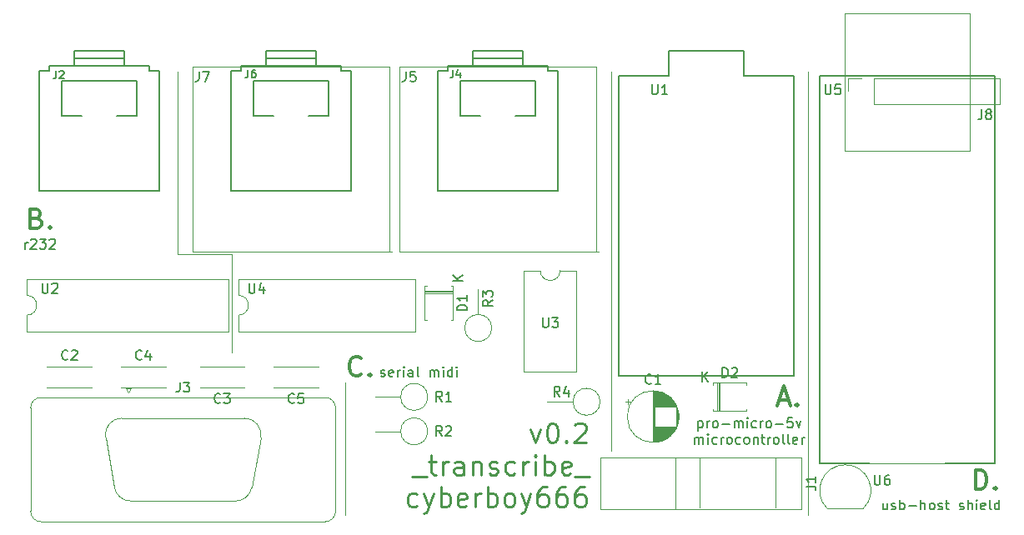
<source format=gbr>
G04 #@! TF.GenerationSoftware,KiCad,Pcbnew,(5.1.4-0-10_14)*
G04 #@! TF.CreationDate,2020-06-13T20:03:12+02:00*
G04 #@! TF.ProjectId,transcribe_circuit,7472616e-7363-4726-9962-655f63697263,rev?*
G04 #@! TF.SameCoordinates,Original*
G04 #@! TF.FileFunction,Legend,Top*
G04 #@! TF.FilePolarity,Positive*
%FSLAX46Y46*%
G04 Gerber Fmt 4.6, Leading zero omitted, Abs format (unit mm)*
G04 Created by KiCad (PCBNEW (5.1.4-0-10_14)) date 2020-06-13 20:03:12*
%MOMM*%
%LPD*%
G04 APERTURE LIST*
%ADD10C,0.350000*%
%ADD11C,0.120000*%
%ADD12C,0.250000*%
%ADD13C,0.150000*%
G04 APERTURE END LIST*
D10*
X-193000000Y747595238D02*
X-193000000Y749595238D01*
X-192523809Y749595238D01*
X-192238095Y749500000D01*
X-192047619Y749309523D01*
X-191952380Y749119047D01*
X-191857142Y748738095D01*
X-191857142Y748452380D01*
X-191952380Y748071428D01*
X-192047619Y747880952D01*
X-192238095Y747690476D01*
X-192523809Y747595238D01*
X-193000000Y747595238D01*
X-191000000Y747785714D02*
X-190904761Y747690476D01*
X-191000000Y747595238D01*
X-191095238Y747690476D01*
X-191000000Y747785714D01*
X-191000000Y747595238D01*
D11*
X-268500000Y761500000D02*
X-268500000Y771500000D01*
X-274000000Y771500000D02*
X-274000000Y790000000D01*
X-268500000Y771500000D02*
X-274000000Y771500000D01*
X-257000000Y745000000D02*
X-257000000Y758500000D01*
D12*
X-238162500Y753678571D02*
X-237686309Y752345238D01*
X-237210119Y753678571D01*
X-236067261Y754345238D02*
X-235876785Y754345238D01*
X-235686309Y754250000D01*
X-235591071Y754154761D01*
X-235495833Y753964285D01*
X-235400595Y753583333D01*
X-235400595Y753107142D01*
X-235495833Y752726190D01*
X-235591071Y752535714D01*
X-235686309Y752440476D01*
X-235876785Y752345238D01*
X-236067261Y752345238D01*
X-236257738Y752440476D01*
X-236352976Y752535714D01*
X-236448214Y752726190D01*
X-236543452Y753107142D01*
X-236543452Y753583333D01*
X-236448214Y753964285D01*
X-236352976Y754154761D01*
X-236257738Y754250000D01*
X-236067261Y754345238D01*
X-234543452Y752535714D02*
X-234448214Y752440476D01*
X-234543452Y752345238D01*
X-234638690Y752440476D01*
X-234543452Y752535714D01*
X-234543452Y752345238D01*
X-233686309Y754154761D02*
X-233591071Y754250000D01*
X-233400595Y754345238D01*
X-232924404Y754345238D01*
X-232733928Y754250000D01*
X-232638690Y754154761D01*
X-232543452Y753964285D01*
X-232543452Y753773809D01*
X-232638690Y753488095D01*
X-233781547Y752345238D01*
X-232543452Y752345238D01*
X-250257738Y748904761D02*
X-248733928Y748904761D01*
X-248543452Y750428571D02*
X-247781547Y750428571D01*
X-248257738Y751095238D02*
X-248257738Y749380952D01*
X-248162500Y749190476D01*
X-247972023Y749095238D01*
X-247781547Y749095238D01*
X-247114880Y749095238D02*
X-247114880Y750428571D01*
X-247114880Y750047619D02*
X-247019642Y750238095D01*
X-246924404Y750333333D01*
X-246733928Y750428571D01*
X-246543452Y750428571D01*
X-245019642Y749095238D02*
X-245019642Y750142857D01*
X-245114880Y750333333D01*
X-245305357Y750428571D01*
X-245686309Y750428571D01*
X-245876785Y750333333D01*
X-245019642Y749190476D02*
X-245210119Y749095238D01*
X-245686309Y749095238D01*
X-245876785Y749190476D01*
X-245972023Y749380952D01*
X-245972023Y749571428D01*
X-245876785Y749761904D01*
X-245686309Y749857142D01*
X-245210119Y749857142D01*
X-245019642Y749952380D01*
X-244067261Y750428571D02*
X-244067261Y749095238D01*
X-244067261Y750238095D02*
X-243972023Y750333333D01*
X-243781547Y750428571D01*
X-243495833Y750428571D01*
X-243305357Y750333333D01*
X-243210119Y750142857D01*
X-243210119Y749095238D01*
X-242352976Y749190476D02*
X-242162500Y749095238D01*
X-241781547Y749095238D01*
X-241591071Y749190476D01*
X-241495833Y749380952D01*
X-241495833Y749476190D01*
X-241591071Y749666666D01*
X-241781547Y749761904D01*
X-242067261Y749761904D01*
X-242257738Y749857142D01*
X-242352976Y750047619D01*
X-242352976Y750142857D01*
X-242257738Y750333333D01*
X-242067261Y750428571D01*
X-241781547Y750428571D01*
X-241591071Y750333333D01*
X-239781547Y749190476D02*
X-239972023Y749095238D01*
X-240352976Y749095238D01*
X-240543452Y749190476D01*
X-240638690Y749285714D01*
X-240733928Y749476190D01*
X-240733928Y750047619D01*
X-240638690Y750238095D01*
X-240543452Y750333333D01*
X-240352976Y750428571D01*
X-239972023Y750428571D01*
X-239781547Y750333333D01*
X-238924404Y749095238D02*
X-238924404Y750428571D01*
X-238924404Y750047619D02*
X-238829166Y750238095D01*
X-238733928Y750333333D01*
X-238543452Y750428571D01*
X-238352976Y750428571D01*
X-237686309Y749095238D02*
X-237686309Y750428571D01*
X-237686309Y751095238D02*
X-237781547Y751000000D01*
X-237686309Y750904761D01*
X-237591071Y751000000D01*
X-237686309Y751095238D01*
X-237686309Y750904761D01*
X-236733928Y749095238D02*
X-236733928Y751095238D01*
X-236733928Y750333333D02*
X-236543452Y750428571D01*
X-236162500Y750428571D01*
X-235972023Y750333333D01*
X-235876785Y750238095D01*
X-235781547Y750047619D01*
X-235781547Y749476190D01*
X-235876785Y749285714D01*
X-235972023Y749190476D01*
X-236162500Y749095238D01*
X-236543452Y749095238D01*
X-236733928Y749190476D01*
X-234162500Y749190476D02*
X-234352976Y749095238D01*
X-234733928Y749095238D01*
X-234924404Y749190476D01*
X-235019642Y749380952D01*
X-235019642Y750142857D01*
X-234924404Y750333333D01*
X-234733928Y750428571D01*
X-234352976Y750428571D01*
X-234162500Y750333333D01*
X-234067261Y750142857D01*
X-234067261Y749952380D01*
X-235019642Y749761904D01*
X-233686309Y748904761D02*
X-232162500Y748904761D01*
X-249686309Y745940476D02*
X-249876785Y745845238D01*
X-250257738Y745845238D01*
X-250448214Y745940476D01*
X-250543452Y746035714D01*
X-250638690Y746226190D01*
X-250638690Y746797619D01*
X-250543452Y746988095D01*
X-250448214Y747083333D01*
X-250257738Y747178571D01*
X-249876785Y747178571D01*
X-249686309Y747083333D01*
X-249019642Y747178571D02*
X-248543452Y745845238D01*
X-248067261Y747178571D02*
X-248543452Y745845238D01*
X-248733928Y745369047D01*
X-248829166Y745273809D01*
X-249019642Y745178571D01*
X-247305357Y745845238D02*
X-247305357Y747845238D01*
X-247305357Y747083333D02*
X-247114880Y747178571D01*
X-246733928Y747178571D01*
X-246543452Y747083333D01*
X-246448214Y746988095D01*
X-246352976Y746797619D01*
X-246352976Y746226190D01*
X-246448214Y746035714D01*
X-246543452Y745940476D01*
X-246733928Y745845238D01*
X-247114880Y745845238D01*
X-247305357Y745940476D01*
X-244733928Y745940476D02*
X-244924404Y745845238D01*
X-245305357Y745845238D01*
X-245495833Y745940476D01*
X-245591071Y746130952D01*
X-245591071Y746892857D01*
X-245495833Y747083333D01*
X-245305357Y747178571D01*
X-244924404Y747178571D01*
X-244733928Y747083333D01*
X-244638690Y746892857D01*
X-244638690Y746702380D01*
X-245591071Y746511904D01*
X-243781547Y745845238D02*
X-243781547Y747178571D01*
X-243781547Y746797619D02*
X-243686309Y746988095D01*
X-243591071Y747083333D01*
X-243400595Y747178571D01*
X-243210119Y747178571D01*
X-242543452Y745845238D02*
X-242543452Y747845238D01*
X-242543452Y747083333D02*
X-242352976Y747178571D01*
X-241972023Y747178571D01*
X-241781547Y747083333D01*
X-241686309Y746988095D01*
X-241591071Y746797619D01*
X-241591071Y746226190D01*
X-241686309Y746035714D01*
X-241781547Y745940476D01*
X-241972023Y745845238D01*
X-242352976Y745845238D01*
X-242543452Y745940476D01*
X-240448214Y745845238D02*
X-240638690Y745940476D01*
X-240733928Y746035714D01*
X-240829166Y746226190D01*
X-240829166Y746797619D01*
X-240733928Y746988095D01*
X-240638690Y747083333D01*
X-240448214Y747178571D01*
X-240162500Y747178571D01*
X-239972023Y747083333D01*
X-239876785Y746988095D01*
X-239781547Y746797619D01*
X-239781547Y746226190D01*
X-239876785Y746035714D01*
X-239972023Y745940476D01*
X-240162500Y745845238D01*
X-240448214Y745845238D01*
X-239114880Y747178571D02*
X-238638690Y745845238D01*
X-238162500Y747178571D02*
X-238638690Y745845238D01*
X-238829166Y745369047D01*
X-238924404Y745273809D01*
X-239114880Y745178571D01*
X-236543452Y747845238D02*
X-236924404Y747845238D01*
X-237114880Y747750000D01*
X-237210119Y747654761D01*
X-237400595Y747369047D01*
X-237495833Y746988095D01*
X-237495833Y746226190D01*
X-237400595Y746035714D01*
X-237305357Y745940476D01*
X-237114880Y745845238D01*
X-236733928Y745845238D01*
X-236543452Y745940476D01*
X-236448214Y746035714D01*
X-236352976Y746226190D01*
X-236352976Y746702380D01*
X-236448214Y746892857D01*
X-236543452Y746988095D01*
X-236733928Y747083333D01*
X-237114880Y747083333D01*
X-237305357Y746988095D01*
X-237400595Y746892857D01*
X-237495833Y746702380D01*
X-234638690Y747845238D02*
X-235019642Y747845238D01*
X-235210119Y747750000D01*
X-235305357Y747654761D01*
X-235495833Y747369047D01*
X-235591071Y746988095D01*
X-235591071Y746226190D01*
X-235495833Y746035714D01*
X-235400595Y745940476D01*
X-235210119Y745845238D01*
X-234829166Y745845238D01*
X-234638690Y745940476D01*
X-234543452Y746035714D01*
X-234448214Y746226190D01*
X-234448214Y746702380D01*
X-234543452Y746892857D01*
X-234638690Y746988095D01*
X-234829166Y747083333D01*
X-235210119Y747083333D01*
X-235400595Y746988095D01*
X-235495833Y746892857D01*
X-235591071Y746702380D01*
X-232733928Y747845238D02*
X-233114880Y747845238D01*
X-233305357Y747750000D01*
X-233400595Y747654761D01*
X-233591071Y747369047D01*
X-233686309Y746988095D01*
X-233686309Y746226190D01*
X-233591071Y746035714D01*
X-233495833Y745940476D01*
X-233305357Y745845238D01*
X-232924404Y745845238D01*
X-232733928Y745940476D01*
X-232638690Y746035714D01*
X-232543452Y746226190D01*
X-232543452Y746702380D01*
X-232638690Y746892857D01*
X-232733928Y746988095D01*
X-232924404Y747083333D01*
X-233305357Y747083333D01*
X-233495833Y746988095D01*
X-233591071Y746892857D01*
X-233686309Y746702380D01*
D13*
X-289500000Y772047619D02*
X-289500000Y772714285D01*
X-289500000Y772523809D02*
X-289452380Y772619047D01*
X-289404761Y772666666D01*
X-289309523Y772714285D01*
X-289214285Y772714285D01*
X-288928571Y772952380D02*
X-288880952Y773000000D01*
X-288785714Y773047619D01*
X-288547619Y773047619D01*
X-288452380Y773000000D01*
X-288404761Y772952380D01*
X-288357142Y772857142D01*
X-288357142Y772761904D01*
X-288404761Y772619047D01*
X-288976190Y772047619D01*
X-288357142Y772047619D01*
X-288023809Y773047619D02*
X-287404761Y773047619D01*
X-287738095Y772666666D01*
X-287595238Y772666666D01*
X-287500000Y772619047D01*
X-287452380Y772571428D01*
X-287404761Y772476190D01*
X-287404761Y772238095D01*
X-287452380Y772142857D01*
X-287500000Y772095238D01*
X-287595238Y772047619D01*
X-287880952Y772047619D01*
X-287976190Y772095238D01*
X-288023809Y772142857D01*
X-287023809Y772952380D02*
X-286976190Y773000000D01*
X-286880952Y773047619D01*
X-286642857Y773047619D01*
X-286547619Y773000000D01*
X-286500000Y772952380D01*
X-286452380Y772857142D01*
X-286452380Y772761904D01*
X-286500000Y772619047D01*
X-287071428Y772047619D01*
X-286452380Y772047619D01*
X-253380952Y759095238D02*
X-253285714Y759047619D01*
X-253095238Y759047619D01*
X-253000000Y759095238D01*
X-252952380Y759190476D01*
X-252952380Y759238095D01*
X-253000000Y759333333D01*
X-253095238Y759380952D01*
X-253238095Y759380952D01*
X-253333333Y759428571D01*
X-253380952Y759523809D01*
X-253380952Y759571428D01*
X-253333333Y759666666D01*
X-253238095Y759714285D01*
X-253095238Y759714285D01*
X-253000000Y759666666D01*
X-252142857Y759095238D02*
X-252238095Y759047619D01*
X-252428571Y759047619D01*
X-252523809Y759095238D01*
X-252571428Y759190476D01*
X-252571428Y759571428D01*
X-252523809Y759666666D01*
X-252428571Y759714285D01*
X-252238095Y759714285D01*
X-252142857Y759666666D01*
X-252095238Y759571428D01*
X-252095238Y759476190D01*
X-252571428Y759380952D01*
X-251666666Y759047619D02*
X-251666666Y759714285D01*
X-251666666Y759523809D02*
X-251619047Y759619047D01*
X-251571428Y759666666D01*
X-251476190Y759714285D01*
X-251380952Y759714285D01*
X-251047619Y759047619D02*
X-251047619Y759714285D01*
X-251047619Y760047619D02*
X-251095238Y760000000D01*
X-251047619Y759952380D01*
X-251000000Y760000000D01*
X-251047619Y760047619D01*
X-251047619Y759952380D01*
X-250142857Y759047619D02*
X-250142857Y759571428D01*
X-250190476Y759666666D01*
X-250285714Y759714285D01*
X-250476190Y759714285D01*
X-250571428Y759666666D01*
X-250142857Y759095238D02*
X-250238095Y759047619D01*
X-250476190Y759047619D01*
X-250571428Y759095238D01*
X-250619047Y759190476D01*
X-250619047Y759285714D01*
X-250571428Y759380952D01*
X-250476190Y759428571D01*
X-250238095Y759428571D01*
X-250142857Y759476190D01*
X-249523809Y759047619D02*
X-249619047Y759095238D01*
X-249666666Y759190476D01*
X-249666666Y760047619D01*
X-248380952Y759047619D02*
X-248380952Y759714285D01*
X-248380952Y759619047D02*
X-248333333Y759666666D01*
X-248238095Y759714285D01*
X-248095238Y759714285D01*
X-248000000Y759666666D01*
X-247952380Y759571428D01*
X-247952380Y759047619D01*
X-247952380Y759571428D02*
X-247904761Y759666666D01*
X-247809523Y759714285D01*
X-247666666Y759714285D01*
X-247571428Y759666666D01*
X-247523809Y759571428D01*
X-247523809Y759047619D01*
X-247047619Y759047619D02*
X-247047619Y759714285D01*
X-247047619Y760047619D02*
X-247095238Y760000000D01*
X-247047619Y759952380D01*
X-247000000Y760000000D01*
X-247047619Y760047619D01*
X-247047619Y759952380D01*
X-246142857Y759047619D02*
X-246142857Y760047619D01*
X-246142857Y759095238D02*
X-246238095Y759047619D01*
X-246428571Y759047619D01*
X-246523809Y759095238D01*
X-246571428Y759142857D01*
X-246619047Y759238095D01*
X-246619047Y759523809D01*
X-246571428Y759619047D01*
X-246523809Y759666666D01*
X-246428571Y759714285D01*
X-246238095Y759714285D01*
X-246142857Y759666666D01*
X-245666666Y759047619D02*
X-245666666Y759714285D01*
X-245666666Y760047619D02*
X-245714285Y760000000D01*
X-245666666Y759952380D01*
X-245619047Y760000000D01*
X-245666666Y760047619D01*
X-245666666Y759952380D01*
X-221166666Y754539285D02*
X-221166666Y753539285D01*
X-221166666Y754491666D02*
X-221071428Y754539285D01*
X-220880952Y754539285D01*
X-220785714Y754491666D01*
X-220738095Y754444047D01*
X-220690476Y754348809D01*
X-220690476Y754063095D01*
X-220738095Y753967857D01*
X-220785714Y753920238D01*
X-220880952Y753872619D01*
X-221071428Y753872619D01*
X-221166666Y753920238D01*
X-220261904Y753872619D02*
X-220261904Y754539285D01*
X-220261904Y754348809D02*
X-220214285Y754444047D01*
X-220166666Y754491666D01*
X-220071428Y754539285D01*
X-219976190Y754539285D01*
X-219500000Y753872619D02*
X-219595238Y753920238D01*
X-219642857Y753967857D01*
X-219690476Y754063095D01*
X-219690476Y754348809D01*
X-219642857Y754444047D01*
X-219595238Y754491666D01*
X-219500000Y754539285D01*
X-219357142Y754539285D01*
X-219261904Y754491666D01*
X-219214285Y754444047D01*
X-219166666Y754348809D01*
X-219166666Y754063095D01*
X-219214285Y753967857D01*
X-219261904Y753920238D01*
X-219357142Y753872619D01*
X-219500000Y753872619D01*
X-218738095Y754253571D02*
X-217976190Y754253571D01*
X-217500000Y753872619D02*
X-217500000Y754539285D01*
X-217500000Y754444047D02*
X-217452380Y754491666D01*
X-217357142Y754539285D01*
X-217214285Y754539285D01*
X-217119047Y754491666D01*
X-217071428Y754396428D01*
X-217071428Y753872619D01*
X-217071428Y754396428D02*
X-217023809Y754491666D01*
X-216928571Y754539285D01*
X-216785714Y754539285D01*
X-216690476Y754491666D01*
X-216642857Y754396428D01*
X-216642857Y753872619D01*
X-216166666Y753872619D02*
X-216166666Y754539285D01*
X-216166666Y754872619D02*
X-216214285Y754825000D01*
X-216166666Y754777380D01*
X-216119047Y754825000D01*
X-216166666Y754872619D01*
X-216166666Y754777380D01*
X-215261904Y753920238D02*
X-215357142Y753872619D01*
X-215547619Y753872619D01*
X-215642857Y753920238D01*
X-215690476Y753967857D01*
X-215738095Y754063095D01*
X-215738095Y754348809D01*
X-215690476Y754444047D01*
X-215642857Y754491666D01*
X-215547619Y754539285D01*
X-215357142Y754539285D01*
X-215261904Y754491666D01*
X-214833333Y753872619D02*
X-214833333Y754539285D01*
X-214833333Y754348809D02*
X-214785714Y754444047D01*
X-214738095Y754491666D01*
X-214642857Y754539285D01*
X-214547619Y754539285D01*
X-214071428Y753872619D02*
X-214166666Y753920238D01*
X-214214285Y753967857D01*
X-214261904Y754063095D01*
X-214261904Y754348809D01*
X-214214285Y754444047D01*
X-214166666Y754491666D01*
X-214071428Y754539285D01*
X-213928571Y754539285D01*
X-213833333Y754491666D01*
X-213785714Y754444047D01*
X-213738095Y754348809D01*
X-213738095Y754063095D01*
X-213785714Y753967857D01*
X-213833333Y753920238D01*
X-213928571Y753872619D01*
X-214071428Y753872619D01*
X-213309523Y754253571D02*
X-212547619Y754253571D01*
X-211595238Y754872619D02*
X-212071428Y754872619D01*
X-212119047Y754396428D01*
X-212071428Y754444047D01*
X-211976190Y754491666D01*
X-211738095Y754491666D01*
X-211642857Y754444047D01*
X-211595238Y754396428D01*
X-211547619Y754301190D01*
X-211547619Y754063095D01*
X-211595238Y753967857D01*
X-211642857Y753920238D01*
X-211738095Y753872619D01*
X-211976190Y753872619D01*
X-212071428Y753920238D01*
X-212119047Y753967857D01*
X-211214285Y754539285D02*
X-210976190Y753872619D01*
X-210738095Y754539285D01*
X-221500000Y752222619D02*
X-221500000Y752889285D01*
X-221500000Y752794047D02*
X-221452380Y752841666D01*
X-221357142Y752889285D01*
X-221214285Y752889285D01*
X-221119047Y752841666D01*
X-221071428Y752746428D01*
X-221071428Y752222619D01*
X-221071428Y752746428D02*
X-221023809Y752841666D01*
X-220928571Y752889285D01*
X-220785714Y752889285D01*
X-220690476Y752841666D01*
X-220642857Y752746428D01*
X-220642857Y752222619D01*
X-220166666Y752222619D02*
X-220166666Y752889285D01*
X-220166666Y753222619D02*
X-220214285Y753175000D01*
X-220166666Y753127380D01*
X-220119047Y753175000D01*
X-220166666Y753222619D01*
X-220166666Y753127380D01*
X-219261904Y752270238D02*
X-219357142Y752222619D01*
X-219547619Y752222619D01*
X-219642857Y752270238D01*
X-219690476Y752317857D01*
X-219738095Y752413095D01*
X-219738095Y752698809D01*
X-219690476Y752794047D01*
X-219642857Y752841666D01*
X-219547619Y752889285D01*
X-219357142Y752889285D01*
X-219261904Y752841666D01*
X-218833333Y752222619D02*
X-218833333Y752889285D01*
X-218833333Y752698809D02*
X-218785714Y752794047D01*
X-218738095Y752841666D01*
X-218642857Y752889285D01*
X-218547619Y752889285D01*
X-218071428Y752222619D02*
X-218166666Y752270238D01*
X-218214285Y752317857D01*
X-218261904Y752413095D01*
X-218261904Y752698809D01*
X-218214285Y752794047D01*
X-218166666Y752841666D01*
X-218071428Y752889285D01*
X-217928571Y752889285D01*
X-217833333Y752841666D01*
X-217785714Y752794047D01*
X-217738095Y752698809D01*
X-217738095Y752413095D01*
X-217785714Y752317857D01*
X-217833333Y752270238D01*
X-217928571Y752222619D01*
X-218071428Y752222619D01*
X-216880952Y752270238D02*
X-216976190Y752222619D01*
X-217166666Y752222619D01*
X-217261904Y752270238D01*
X-217309523Y752317857D01*
X-217357142Y752413095D01*
X-217357142Y752698809D01*
X-217309523Y752794047D01*
X-217261904Y752841666D01*
X-217166666Y752889285D01*
X-216976190Y752889285D01*
X-216880952Y752841666D01*
X-216309523Y752222619D02*
X-216404761Y752270238D01*
X-216452380Y752317857D01*
X-216500000Y752413095D01*
X-216500000Y752698809D01*
X-216452380Y752794047D01*
X-216404761Y752841666D01*
X-216309523Y752889285D01*
X-216166666Y752889285D01*
X-216071428Y752841666D01*
X-216023809Y752794047D01*
X-215976190Y752698809D01*
X-215976190Y752413095D01*
X-216023809Y752317857D01*
X-216071428Y752270238D01*
X-216166666Y752222619D01*
X-216309523Y752222619D01*
X-215547619Y752889285D02*
X-215547619Y752222619D01*
X-215547619Y752794047D02*
X-215500000Y752841666D01*
X-215404761Y752889285D01*
X-215261904Y752889285D01*
X-215166666Y752841666D01*
X-215119047Y752746428D01*
X-215119047Y752222619D01*
X-214785714Y752889285D02*
X-214404761Y752889285D01*
X-214642857Y753222619D02*
X-214642857Y752365476D01*
X-214595238Y752270238D01*
X-214500000Y752222619D01*
X-214404761Y752222619D01*
X-214071428Y752222619D02*
X-214071428Y752889285D01*
X-214071428Y752698809D02*
X-214023809Y752794047D01*
X-213976190Y752841666D01*
X-213880952Y752889285D01*
X-213785714Y752889285D01*
X-213309523Y752222619D02*
X-213404761Y752270238D01*
X-213452380Y752317857D01*
X-213500000Y752413095D01*
X-213500000Y752698809D01*
X-213452380Y752794047D01*
X-213404761Y752841666D01*
X-213309523Y752889285D01*
X-213166666Y752889285D01*
X-213071428Y752841666D01*
X-213023809Y752794047D01*
X-212976190Y752698809D01*
X-212976190Y752413095D01*
X-213023809Y752317857D01*
X-213071428Y752270238D01*
X-213166666Y752222619D01*
X-213309523Y752222619D01*
X-212404761Y752222619D02*
X-212500000Y752270238D01*
X-212547619Y752365476D01*
X-212547619Y753222619D01*
X-211880952Y752222619D02*
X-211976190Y752270238D01*
X-212023809Y752365476D01*
X-212023809Y753222619D01*
X-211119047Y752270238D02*
X-211214285Y752222619D01*
X-211404761Y752222619D01*
X-211499999Y752270238D01*
X-211547619Y752365476D01*
X-211547619Y752746428D01*
X-211499999Y752841666D01*
X-211404761Y752889285D01*
X-211214285Y752889285D01*
X-211119047Y752841666D01*
X-211071428Y752746428D01*
X-211071428Y752651190D01*
X-211547619Y752555952D01*
X-210642857Y752222619D02*
X-210642857Y752889285D01*
X-210642857Y752698809D02*
X-210595238Y752794047D01*
X-210547619Y752841666D01*
X-210452380Y752889285D01*
X-210357142Y752889285D01*
X-201976190Y746214285D02*
X-201976190Y745547619D01*
X-202404761Y746214285D02*
X-202404761Y745690476D01*
X-202357142Y745595238D01*
X-202261904Y745547619D01*
X-202119047Y745547619D01*
X-202023809Y745595238D01*
X-201976190Y745642857D01*
X-201547619Y745595238D02*
X-201452380Y745547619D01*
X-201261904Y745547619D01*
X-201166666Y745595238D01*
X-201119047Y745690476D01*
X-201119047Y745738095D01*
X-201166666Y745833333D01*
X-201261904Y745880952D01*
X-201404761Y745880952D01*
X-201500000Y745928571D01*
X-201547619Y746023809D01*
X-201547619Y746071428D01*
X-201500000Y746166666D01*
X-201404761Y746214285D01*
X-201261904Y746214285D01*
X-201166666Y746166666D01*
X-200690476Y745547619D02*
X-200690476Y746547619D01*
X-200690476Y746166666D02*
X-200595238Y746214285D01*
X-200404761Y746214285D01*
X-200309523Y746166666D01*
X-200261904Y746119047D01*
X-200214285Y746023809D01*
X-200214285Y745738095D01*
X-200261904Y745642857D01*
X-200309523Y745595238D01*
X-200404761Y745547619D01*
X-200595238Y745547619D01*
X-200690476Y745595238D01*
X-199785714Y745928571D02*
X-199023809Y745928571D01*
X-198547619Y745547619D02*
X-198547619Y746547619D01*
X-198119047Y745547619D02*
X-198119047Y746071428D01*
X-198166666Y746166666D01*
X-198261904Y746214285D01*
X-198404761Y746214285D01*
X-198500000Y746166666D01*
X-198547619Y746119047D01*
X-197500000Y745547619D02*
X-197595238Y745595238D01*
X-197642857Y745642857D01*
X-197690476Y745738095D01*
X-197690476Y746023809D01*
X-197642857Y746119047D01*
X-197595238Y746166666D01*
X-197500000Y746214285D01*
X-197357142Y746214285D01*
X-197261904Y746166666D01*
X-197214285Y746119047D01*
X-197166666Y746023809D01*
X-197166666Y745738095D01*
X-197214285Y745642857D01*
X-197261904Y745595238D01*
X-197357142Y745547619D01*
X-197500000Y745547619D01*
X-196785714Y745595238D02*
X-196690476Y745547619D01*
X-196500000Y745547619D01*
X-196404761Y745595238D01*
X-196357142Y745690476D01*
X-196357142Y745738095D01*
X-196404761Y745833333D01*
X-196500000Y745880952D01*
X-196642857Y745880952D01*
X-196738095Y745928571D01*
X-196785714Y746023809D01*
X-196785714Y746071428D01*
X-196738095Y746166666D01*
X-196642857Y746214285D01*
X-196500000Y746214285D01*
X-196404761Y746166666D01*
X-196071428Y746214285D02*
X-195690476Y746214285D01*
X-195928571Y746547619D02*
X-195928571Y745690476D01*
X-195880952Y745595238D01*
X-195785714Y745547619D01*
X-195690476Y745547619D01*
X-194642857Y745595238D02*
X-194547619Y745547619D01*
X-194357142Y745547619D01*
X-194261904Y745595238D01*
X-194214285Y745690476D01*
X-194214285Y745738095D01*
X-194261904Y745833333D01*
X-194357142Y745880952D01*
X-194500000Y745880952D01*
X-194595238Y745928571D01*
X-194642857Y746023809D01*
X-194642857Y746071428D01*
X-194595238Y746166666D01*
X-194500000Y746214285D01*
X-194357142Y746214285D01*
X-194261904Y746166666D01*
X-193785714Y745547619D02*
X-193785714Y746547619D01*
X-193357142Y745547619D02*
X-193357142Y746071428D01*
X-193404761Y746166666D01*
X-193500000Y746214285D01*
X-193642857Y746214285D01*
X-193738095Y746166666D01*
X-193785714Y746119047D01*
X-192880952Y745547619D02*
X-192880952Y746214285D01*
X-192880952Y746547619D02*
X-192928571Y746500000D01*
X-192880952Y746452380D01*
X-192833333Y746500000D01*
X-192880952Y746547619D01*
X-192880952Y746452380D01*
X-192023809Y745595238D02*
X-192119047Y745547619D01*
X-192309523Y745547619D01*
X-192404761Y745595238D01*
X-192452380Y745690476D01*
X-192452380Y746071428D01*
X-192404761Y746166666D01*
X-192309523Y746214285D01*
X-192119047Y746214285D01*
X-192023809Y746166666D01*
X-191976190Y746071428D01*
X-191976190Y745976190D01*
X-192452380Y745880952D01*
X-191404761Y745547619D02*
X-191500000Y745595238D01*
X-191547619Y745690476D01*
X-191547619Y746547619D01*
X-190595238Y745547619D02*
X-190595238Y746547619D01*
X-190595238Y745595238D02*
X-190690476Y745547619D01*
X-190880952Y745547619D01*
X-190976190Y745595238D01*
X-191023809Y745642857D01*
X-191071428Y745738095D01*
X-191071428Y746023809D01*
X-191023809Y746119047D01*
X-190976190Y746166666D01*
X-190880952Y746214285D01*
X-190690476Y746214285D01*
X-190595238Y746166666D01*
D10*
X-255357142Y759285714D02*
X-255452380Y759190476D01*
X-255738095Y759095238D01*
X-255928571Y759095238D01*
X-256214285Y759190476D01*
X-256404761Y759380952D01*
X-256500000Y759571428D01*
X-256595238Y759952380D01*
X-256595238Y760238095D01*
X-256500000Y760619047D01*
X-256404761Y760809523D01*
X-256214285Y761000000D01*
X-255928571Y761095238D01*
X-255738095Y761095238D01*
X-255452380Y761000000D01*
X-255357142Y760904761D01*
X-254500000Y759285714D02*
X-254404761Y759190476D01*
X-254500000Y759095238D01*
X-254595238Y759190476D01*
X-254500000Y759285714D01*
X-254500000Y759095238D01*
X-288333333Y775142857D02*
X-288047619Y775047619D01*
X-287952380Y774952380D01*
X-287857142Y774761904D01*
X-287857142Y774476190D01*
X-287952380Y774285714D01*
X-288047619Y774190476D01*
X-288238095Y774095238D01*
X-289000000Y774095238D01*
X-289000000Y776095238D01*
X-288333333Y776095238D01*
X-288142857Y776000000D01*
X-288047619Y775904761D01*
X-287952380Y775714285D01*
X-287952380Y775523809D01*
X-288047619Y775333333D01*
X-288142857Y775238095D01*
X-288333333Y775142857D01*
X-289000000Y775142857D01*
X-287000000Y774285714D02*
X-286904761Y774190476D01*
X-287000000Y774095238D01*
X-287095238Y774190476D01*
X-287000000Y774285714D01*
X-287000000Y774095238D01*
X-212952380Y756666666D02*
X-212000000Y756666666D01*
X-213142857Y756095238D02*
X-212476190Y758095238D01*
X-211809523Y756095238D01*
X-211142857Y756285714D02*
X-211047619Y756190476D01*
X-211142857Y756095238D01*
X-211238095Y756190476D01*
X-211142857Y756285714D01*
X-211142857Y756095238D01*
D11*
X-230000000Y790000000D02*
X-230000000Y751500000D01*
X-210000000Y745000000D02*
X-210000000Y754000000D01*
X-210000000Y790000000D02*
X-210000000Y745000000D01*
X-246260000Y768260000D02*
X-246080000Y768260000D01*
X-246080000Y768260000D02*
X-246080000Y764820000D01*
X-246080000Y764820000D02*
X-246260000Y764820000D01*
X-248740000Y768260000D02*
X-248920000Y768260000D01*
X-248920000Y768260000D02*
X-248920000Y764820000D01*
X-248920000Y764820000D02*
X-248740000Y764820000D01*
X-246080000Y767660000D02*
X-248920000Y767660000D01*
X-246080000Y767540000D02*
X-248920000Y767540000D01*
X-246080000Y767780000D02*
X-248920000Y767780000D01*
X-252500000Y771750000D02*
X-252500000Y790540000D01*
X-252500000Y790540000D02*
X-272500000Y790540000D01*
X-272500000Y771750000D02*
X-272500000Y790540000D01*
X-252250000Y771750000D02*
X-272500000Y771750000D01*
D13*
X-235404000Y777904000D02*
X-247596000Y777904000D01*
X-235404000Y790096000D02*
X-235404000Y777904000D01*
X-247596000Y777904000D02*
X-247596000Y790096000D01*
X-244040000Y792128000D02*
X-238960000Y792128000D01*
X-236420000Y790604000D02*
X-236420000Y790096000D01*
X-246580000Y790604000D02*
X-236420000Y790604000D01*
X-246580000Y790350000D02*
X-246580000Y790604000D01*
X-246580000Y790096000D02*
X-246580000Y790350000D01*
X-244040000Y791366000D02*
X-238960000Y791366000D01*
X-238960000Y790604000D02*
X-238960000Y792128000D01*
X-244040000Y792128000D02*
X-244040000Y790604000D01*
X-235404000Y790096000D02*
X-236420000Y790096000D01*
X-246580000Y790096000D02*
X-247596000Y790096000D01*
X-237690000Y785524000D02*
X-239722000Y785524000D01*
X-237690000Y789080000D02*
X-237690000Y785524000D01*
X-245310000Y789080000D02*
X-237690000Y789080000D01*
X-245310000Y785524000D02*
X-245310000Y789080000D01*
X-243278000Y785524000D02*
X-245310000Y785524000D01*
X-208790000Y789630000D02*
X-191010000Y789630000D01*
X-208790000Y750260000D02*
X-208790000Y789630000D01*
X-203710000Y750260000D02*
X-208790000Y750260000D01*
X-191010000Y750260000D02*
X-196090000Y750260000D01*
X-191010000Y750260000D02*
X-191010000Y789630000D01*
D11*
X-203710000Y750260000D02*
X-196090000Y750260000D01*
X-206250000Y782010000D02*
X-193550000Y782010000D01*
X-193550000Y782010000D02*
X-193550000Y795980000D01*
X-193550000Y795980000D02*
X-206250000Y795980000D01*
X-206250000Y795980000D02*
X-206250000Y782010000D01*
X-251370000Y753500000D02*
X-253980000Y753500000D01*
X-248630000Y753500000D02*
G75*
G03X-248630000Y753500000I-1370000J0D01*
G01*
X-289330000Y767310000D02*
G75*
G02X-289330000Y765310000I0J-1000000D01*
G01*
X-289330000Y765310000D02*
X-289330000Y763660000D01*
X-289330000Y763660000D02*
X-268890000Y763660000D01*
X-268890000Y763660000D02*
X-268890000Y768960000D01*
X-268890000Y768960000D02*
X-289330000Y768960000D01*
X-289330000Y768960000D02*
X-289330000Y767310000D01*
X-208030000Y745650000D02*
X-204430000Y745650000D01*
X-208068478Y745661522D02*
G75*
G02X-206230000Y750100000I1838478J1838478D01*
G01*
X-204391522Y745661522D02*
G75*
G03X-206230000Y750100000I-1838478J1838478D01*
G01*
X-235190000Y769830000D02*
G75*
G02X-237190000Y769830000I-1000000J0D01*
G01*
X-237190000Y769830000D02*
X-238840000Y769830000D01*
X-238840000Y769830000D02*
X-238840000Y759550000D01*
X-238840000Y759550000D02*
X-233540000Y759550000D01*
X-233540000Y759550000D02*
X-233540000Y769830000D01*
X-233540000Y769830000D02*
X-235190000Y769830000D01*
X-242130000Y764000000D02*
G75*
G03X-242130000Y764000000I-1370000J0D01*
G01*
X-243500000Y765370000D02*
X-243500000Y767980000D01*
X-233870000Y756500000D02*
X-236480000Y756500000D01*
X-231130000Y756500000D02*
G75*
G03X-231130000Y756500000I-1370000J0D01*
G01*
X-248630000Y757000000D02*
G75*
G03X-248630000Y757000000I-1370000J0D01*
G01*
X-251370000Y757000000D02*
X-253980000Y757000000D01*
X-267830000Y767310000D02*
G75*
G02X-267830000Y765310000I0J-1000000D01*
G01*
X-267830000Y765310000D02*
X-267830000Y763660000D01*
X-267830000Y763660000D02*
X-249930000Y763660000D01*
X-249930000Y763660000D02*
X-249930000Y768960000D01*
X-249930000Y768960000D02*
X-267830000Y768960000D01*
X-267830000Y768960000D02*
X-267830000Y767310000D01*
D13*
X-211410000Y759160000D02*
X-229190000Y759160000D01*
X-211410000Y789640000D02*
X-211410000Y759160000D01*
X-216490000Y789640000D02*
X-211410000Y789640000D01*
X-216490000Y792180000D02*
X-216490000Y789640000D01*
X-224110000Y792180000D02*
X-216490000Y792180000D01*
X-224110000Y789640000D02*
X-224110000Y792180000D01*
X-229190000Y789640000D02*
X-224110000Y789640000D01*
X-229190000Y789640000D02*
X-229190000Y759160000D01*
D11*
X-223130000Y755000000D02*
G75*
G03X-223130000Y755000000I-2620000J0D01*
G01*
X-225750000Y757580000D02*
X-225750000Y752420000D01*
X-225710000Y757580000D02*
X-225710000Y752420000D01*
X-225670000Y757579000D02*
X-225670000Y752421000D01*
X-225630000Y757578000D02*
X-225630000Y752422000D01*
X-225590000Y757576000D02*
X-225590000Y752424000D01*
X-225550000Y757573000D02*
X-225550000Y752427000D01*
X-225510000Y757569000D02*
X-225510000Y756040000D01*
X-225510000Y753960000D02*
X-225510000Y752431000D01*
X-225470000Y757565000D02*
X-225470000Y756040000D01*
X-225470000Y753960000D02*
X-225470000Y752435000D01*
X-225430000Y757561000D02*
X-225430000Y756040000D01*
X-225430000Y753960000D02*
X-225430000Y752439000D01*
X-225390000Y757556000D02*
X-225390000Y756040000D01*
X-225390000Y753960000D02*
X-225390000Y752444000D01*
X-225350000Y757550000D02*
X-225350000Y756040000D01*
X-225350000Y753960000D02*
X-225350000Y752450000D01*
X-225310000Y757543000D02*
X-225310000Y756040000D01*
X-225310000Y753960000D02*
X-225310000Y752457000D01*
X-225270000Y757536000D02*
X-225270000Y756040000D01*
X-225270000Y753960000D02*
X-225270000Y752464000D01*
X-225230000Y757528000D02*
X-225230000Y756040000D01*
X-225230000Y753960000D02*
X-225230000Y752472000D01*
X-225190000Y757520000D02*
X-225190000Y756040000D01*
X-225190000Y753960000D02*
X-225190000Y752480000D01*
X-225150000Y757511000D02*
X-225150000Y756040000D01*
X-225150000Y753960000D02*
X-225150000Y752489000D01*
X-225110000Y757501000D02*
X-225110000Y756040000D01*
X-225110000Y753960000D02*
X-225110000Y752499000D01*
X-225070000Y757491000D02*
X-225070000Y756040000D01*
X-225070000Y753960000D02*
X-225070000Y752509000D01*
X-225029000Y757480000D02*
X-225029000Y756040000D01*
X-225029000Y753960000D02*
X-225029000Y752520000D01*
X-224989000Y757468000D02*
X-224989000Y756040000D01*
X-224989000Y753960000D02*
X-224989000Y752532000D01*
X-224949000Y757455000D02*
X-224949000Y756040000D01*
X-224949000Y753960000D02*
X-224949000Y752545000D01*
X-224909000Y757442000D02*
X-224909000Y756040000D01*
X-224909000Y753960000D02*
X-224909000Y752558000D01*
X-224869000Y757428000D02*
X-224869000Y756040000D01*
X-224869000Y753960000D02*
X-224869000Y752572000D01*
X-224829000Y757414000D02*
X-224829000Y756040000D01*
X-224829000Y753960000D02*
X-224829000Y752586000D01*
X-224789000Y757398000D02*
X-224789000Y756040000D01*
X-224789000Y753960000D02*
X-224789000Y752602000D01*
X-224749000Y757382000D02*
X-224749000Y756040000D01*
X-224749000Y753960000D02*
X-224749000Y752618000D01*
X-224709000Y757365000D02*
X-224709000Y756040000D01*
X-224709000Y753960000D02*
X-224709000Y752635000D01*
X-224669000Y757348000D02*
X-224669000Y756040000D01*
X-224669000Y753960000D02*
X-224669000Y752652000D01*
X-224629000Y757329000D02*
X-224629000Y756040000D01*
X-224629000Y753960000D02*
X-224629000Y752671000D01*
X-224589000Y757310000D02*
X-224589000Y756040000D01*
X-224589000Y753960000D02*
X-224589000Y752690000D01*
X-224549000Y757290000D02*
X-224549000Y756040000D01*
X-224549000Y753960000D02*
X-224549000Y752710000D01*
X-224509000Y757268000D02*
X-224509000Y756040000D01*
X-224509000Y753960000D02*
X-224509000Y752732000D01*
X-224469000Y757247000D02*
X-224469000Y756040000D01*
X-224469000Y753960000D02*
X-224469000Y752753000D01*
X-224429000Y757224000D02*
X-224429000Y756040000D01*
X-224429000Y753960000D02*
X-224429000Y752776000D01*
X-224389000Y757200000D02*
X-224389000Y756040000D01*
X-224389000Y753960000D02*
X-224389000Y752800000D01*
X-224349000Y757175000D02*
X-224349000Y756040000D01*
X-224349000Y753960000D02*
X-224349000Y752825000D01*
X-224309000Y757149000D02*
X-224309000Y756040000D01*
X-224309000Y753960000D02*
X-224309000Y752851000D01*
X-224269000Y757122000D02*
X-224269000Y756040000D01*
X-224269000Y753960000D02*
X-224269000Y752878000D01*
X-224229000Y757095000D02*
X-224229000Y756040000D01*
X-224229000Y753960000D02*
X-224229000Y752905000D01*
X-224189000Y757065000D02*
X-224189000Y756040000D01*
X-224189000Y753960000D02*
X-224189000Y752935000D01*
X-224149000Y757035000D02*
X-224149000Y756040000D01*
X-224149000Y753960000D02*
X-224149000Y752965000D01*
X-224109000Y757004000D02*
X-224109000Y756040000D01*
X-224109000Y753960000D02*
X-224109000Y752996000D01*
X-224069000Y756971000D02*
X-224069000Y756040000D01*
X-224069000Y753960000D02*
X-224069000Y753029000D01*
X-224029000Y756937000D02*
X-224029000Y756040000D01*
X-224029000Y753960000D02*
X-224029000Y753063000D01*
X-223989000Y756901000D02*
X-223989000Y756040000D01*
X-223989000Y753960000D02*
X-223989000Y753099000D01*
X-223949000Y756864000D02*
X-223949000Y756040000D01*
X-223949000Y753960000D02*
X-223949000Y753136000D01*
X-223909000Y756826000D02*
X-223909000Y756040000D01*
X-223909000Y753960000D02*
X-223909000Y753174000D01*
X-223869000Y756785000D02*
X-223869000Y756040000D01*
X-223869000Y753960000D02*
X-223869000Y753215000D01*
X-223829000Y756743000D02*
X-223829000Y756040000D01*
X-223829000Y753960000D02*
X-223829000Y753257000D01*
X-223789000Y756699000D02*
X-223789000Y756040000D01*
X-223789000Y753960000D02*
X-223789000Y753301000D01*
X-223749000Y756653000D02*
X-223749000Y756040000D01*
X-223749000Y753960000D02*
X-223749000Y753347000D01*
X-223709000Y756605000D02*
X-223709000Y756040000D01*
X-223709000Y753960000D02*
X-223709000Y753395000D01*
X-223669000Y756554000D02*
X-223669000Y756040000D01*
X-223669000Y753960000D02*
X-223669000Y753446000D01*
X-223629000Y756500000D02*
X-223629000Y756040000D01*
X-223629000Y753960000D02*
X-223629000Y753500000D01*
X-223589000Y756443000D02*
X-223589000Y756040000D01*
X-223589000Y753960000D02*
X-223589000Y753557000D01*
X-223549000Y756383000D02*
X-223549000Y756040000D01*
X-223549000Y753960000D02*
X-223549000Y753617000D01*
X-223509000Y756319000D02*
X-223509000Y756040000D01*
X-223509000Y753960000D02*
X-223509000Y753681000D01*
X-223469000Y756251000D02*
X-223469000Y756040000D01*
X-223469000Y753960000D02*
X-223469000Y753749000D01*
X-223429000Y756178000D02*
X-223429000Y753822000D01*
X-223389000Y756098000D02*
X-223389000Y753902000D01*
X-223349000Y756011000D02*
X-223349000Y753989000D01*
X-223309000Y755915000D02*
X-223309000Y754085000D01*
X-223269000Y755805000D02*
X-223269000Y754195000D01*
X-223229000Y755677000D02*
X-223229000Y754323000D01*
X-223189000Y755518000D02*
X-223189000Y754482000D01*
X-223149000Y755284000D02*
X-223149000Y754716000D01*
X-228554775Y756475000D02*
X-228054775Y756475000D01*
X-228304775Y756725000D02*
X-228304775Y756225000D01*
X-287270000Y760070000D02*
X-282730000Y760070000D01*
X-287270000Y757930000D02*
X-282730000Y757930000D01*
X-287270000Y760070000D02*
X-287270000Y760055000D01*
X-287270000Y757945000D02*
X-287270000Y757930000D01*
X-282730000Y760070000D02*
X-282730000Y760055000D01*
X-282730000Y757945000D02*
X-282730000Y757930000D01*
X-267230000Y757930000D02*
X-271770000Y757930000D01*
X-267230000Y760070000D02*
X-271770000Y760070000D01*
X-267230000Y757930000D02*
X-267230000Y757945000D01*
X-267230000Y760055000D02*
X-267230000Y760070000D01*
X-271770000Y757930000D02*
X-271770000Y757945000D01*
X-271770000Y760055000D02*
X-271770000Y760070000D01*
X-275230000Y757945000D02*
X-275230000Y757930000D01*
X-275230000Y760070000D02*
X-275230000Y760055000D01*
X-279770000Y757945000D02*
X-279770000Y757930000D01*
X-279770000Y760070000D02*
X-279770000Y760055000D01*
X-279770000Y757930000D02*
X-275230000Y757930000D01*
X-279770000Y760070000D02*
X-275230000Y760070000D01*
X-264270000Y760055000D02*
X-264270000Y760070000D01*
X-264270000Y757930000D02*
X-264270000Y757945000D01*
X-259730000Y760055000D02*
X-259730000Y760070000D01*
X-259730000Y757930000D02*
X-259730000Y757945000D01*
X-259730000Y760070000D02*
X-264270000Y760070000D01*
X-259730000Y757930000D02*
X-264270000Y757930000D01*
X-219200000Y758420000D02*
X-219200000Y755580000D01*
X-218960000Y758420000D02*
X-218960000Y755580000D01*
X-219080000Y758420000D02*
X-219080000Y755580000D01*
X-216240000Y755580000D02*
X-216240000Y755760000D01*
X-219680000Y755580000D02*
X-216240000Y755580000D01*
X-219680000Y755760000D02*
X-219680000Y755580000D01*
X-216240000Y758420000D02*
X-216240000Y758240000D01*
X-219680000Y758420000D02*
X-216240000Y758420000D01*
X-219680000Y758240000D02*
X-219680000Y758420000D01*
X-231110000Y750830000D02*
X-231110000Y745630000D01*
X-213270000Y750830000D02*
X-231110000Y750830000D01*
X-210670000Y745630000D02*
X-231110000Y745630000D01*
X-213270000Y750830000D02*
X-213270000Y745750000D01*
X-210670000Y748230000D02*
X-210670000Y745630000D01*
X-213250000Y750830000D02*
X-210670000Y750830000D01*
X-210670000Y750830000D02*
X-210670000Y748250000D01*
X-221000000Y750830000D02*
X-221000000Y745750000D01*
X-223500000Y750750000D02*
X-223500000Y745670000D01*
D13*
X-275904000Y777904000D02*
X-288096000Y777904000D01*
X-275904000Y790096000D02*
X-275904000Y777904000D01*
X-288096000Y777904000D02*
X-288096000Y790096000D01*
X-284540000Y792128000D02*
X-279460000Y792128000D01*
X-276920000Y790604000D02*
X-276920000Y790096000D01*
X-287080000Y790604000D02*
X-276920000Y790604000D01*
X-287080000Y790350000D02*
X-287080000Y790604000D01*
X-287080000Y790096000D02*
X-287080000Y790350000D01*
X-284540000Y791366000D02*
X-279460000Y791366000D01*
X-279460000Y790604000D02*
X-279460000Y792128000D01*
X-284540000Y792128000D02*
X-284540000Y790604000D01*
X-275904000Y790096000D02*
X-276920000Y790096000D01*
X-287080000Y790096000D02*
X-288096000Y790096000D01*
X-278190000Y785524000D02*
X-280222000Y785524000D01*
X-278190000Y789080000D02*
X-278190000Y785524000D01*
X-285810000Y789080000D02*
X-278190000Y789080000D01*
X-285810000Y785524000D02*
X-285810000Y789080000D01*
X-283778000Y785524000D02*
X-285810000Y785524000D01*
D11*
X-231250000Y771750000D02*
X-251500000Y771750000D01*
X-251500000Y771750000D02*
X-251500000Y790540000D01*
X-231500000Y790540000D02*
X-251500000Y790540000D01*
X-231500000Y771750000D02*
X-231500000Y790540000D01*
D13*
X-264278000Y785524000D02*
X-266310000Y785524000D01*
X-266310000Y785524000D02*
X-266310000Y789080000D01*
X-266310000Y789080000D02*
X-258690000Y789080000D01*
X-258690000Y789080000D02*
X-258690000Y785524000D01*
X-258690000Y785524000D02*
X-260722000Y785524000D01*
X-267580000Y790096000D02*
X-268596000Y790096000D01*
X-256404000Y790096000D02*
X-257420000Y790096000D01*
X-265040000Y792128000D02*
X-265040000Y790604000D01*
X-259960000Y790604000D02*
X-259960000Y792128000D01*
X-265040000Y791366000D02*
X-259960000Y791366000D01*
X-267580000Y790096000D02*
X-267580000Y790350000D01*
X-267580000Y790350000D02*
X-267580000Y790604000D01*
X-267580000Y790604000D02*
X-257420000Y790604000D01*
X-257420000Y790604000D02*
X-257420000Y790096000D01*
X-265040000Y792128000D02*
X-259960000Y792128000D01*
X-268596000Y777904000D02*
X-268596000Y790096000D01*
X-256404000Y790096000D02*
X-256404000Y777904000D01*
X-256404000Y777904000D02*
X-268596000Y777904000D01*
D11*
X-287885000Y756940000D02*
G75*
G03X-288945000Y755880000I0J-1060000D01*
G01*
X-257975000Y755880000D02*
G75*
G03X-259035000Y756940000I-1060000J0D01*
G01*
X-287885000Y744320000D02*
G75*
G02X-288945000Y745380000I0J1060000D01*
G01*
X-259035000Y744320000D02*
G75*
G03X-257975000Y745380000I0J1060000D01*
G01*
X-281326470Y752891744D02*
G75*
G02X-279691689Y754840000I1634781J288256D01*
G01*
X-265593530Y752891744D02*
G75*
G03X-267228311Y754840000I-1634781J288256D01*
G01*
X-280427202Y747791744D02*
G75*
G03X-278792421Y746420000I1634781J288256D01*
G01*
X-266492798Y747791744D02*
G75*
G02X-268127579Y746420000I-1634781J288256D01*
G01*
X-287885000Y756940000D02*
X-259035000Y756940000D01*
X-257975000Y755880000D02*
X-257975000Y745380000D01*
X-259035000Y744320000D02*
X-287885000Y744320000D01*
X-288945000Y745380000D02*
X-288945000Y755880000D01*
X-279250000Y757834338D02*
X-278750000Y757834338D01*
X-278750000Y757834338D02*
X-279000000Y757401325D01*
X-279000000Y757401325D02*
X-279250000Y757834338D01*
X-279691689Y754840000D02*
X-267228311Y754840000D01*
X-278792421Y746420000D02*
X-268127579Y746420000D01*
X-265593530Y752891744D02*
X-266492798Y747791744D01*
X-281326470Y752891744D02*
X-280427202Y747791744D01*
X-203330000Y786720000D02*
X-203330000Y789380000D01*
X-203330000Y786720000D02*
X-190570000Y786720000D01*
X-190570000Y786720000D02*
X-190570000Y789380000D01*
X-203330000Y789380000D02*
X-190570000Y789380000D01*
X-205930000Y789380000D02*
X-204600000Y789380000D01*
X-205930000Y788050000D02*
X-205930000Y789380000D01*
D13*
X-244627619Y765801904D02*
X-245627619Y765801904D01*
X-245627619Y766040000D01*
X-245580000Y766182857D01*
X-245484761Y766278095D01*
X-245389523Y766325714D01*
X-245199047Y766373333D01*
X-245056190Y766373333D01*
X-244865714Y766325714D01*
X-244770476Y766278095D01*
X-244675238Y766182857D01*
X-244627619Y766040000D01*
X-244627619Y765801904D01*
X-244627619Y767325714D02*
X-244627619Y766754285D01*
X-244627619Y767040000D02*
X-245627619Y767040000D01*
X-245484761Y766944761D01*
X-245389523Y766849523D01*
X-245341904Y766754285D01*
X-245047619Y768818095D02*
X-246047619Y768818095D01*
X-245047619Y769389523D02*
X-245619047Y768960952D01*
X-246047619Y769389523D02*
X-245476190Y768818095D01*
X-271833333Y790047619D02*
X-271833333Y789333333D01*
X-271880952Y789190476D01*
X-271976190Y789095238D01*
X-272119047Y789047619D01*
X-272214285Y789047619D01*
X-271452380Y790047619D02*
X-270785714Y790047619D01*
X-271214285Y789047619D01*
X-246066666Y790238095D02*
X-246066666Y789666666D01*
X-246104761Y789552380D01*
X-246180952Y789476190D01*
X-246295238Y789438095D01*
X-246371428Y789438095D01*
X-245342857Y789971428D02*
X-245342857Y789438095D01*
X-245533333Y790276190D02*
X-245723809Y789704761D01*
X-245228571Y789704761D01*
X-208261904Y788747619D02*
X-208261904Y787938095D01*
X-208214285Y787842857D01*
X-208166666Y787795238D01*
X-208071428Y787747619D01*
X-207880952Y787747619D01*
X-207785714Y787795238D01*
X-207738095Y787842857D01*
X-207690476Y787938095D01*
X-207690476Y788747619D01*
X-206738095Y788747619D02*
X-207214285Y788747619D01*
X-207261904Y788271428D01*
X-207214285Y788319047D01*
X-207119047Y788366666D01*
X-206880952Y788366666D01*
X-206785714Y788319047D01*
X-206738095Y788271428D01*
X-206690476Y788176190D01*
X-206690476Y787938095D01*
X-206738095Y787842857D01*
X-206785714Y787795238D01*
X-206880952Y787747619D01*
X-207119047Y787747619D01*
X-207214285Y787795238D01*
X-207261904Y787842857D01*
X-247166666Y753047619D02*
X-247500000Y753523809D01*
X-247738095Y753047619D02*
X-247738095Y754047619D01*
X-247357142Y754047619D01*
X-247261904Y754000000D01*
X-247214285Y753952380D01*
X-247166666Y753857142D01*
X-247166666Y753714285D01*
X-247214285Y753619047D01*
X-247261904Y753571428D01*
X-247357142Y753523809D01*
X-247738095Y753523809D01*
X-246785714Y753952380D02*
X-246738095Y754000000D01*
X-246642857Y754047619D01*
X-246404761Y754047619D01*
X-246309523Y754000000D01*
X-246261904Y753952380D01*
X-246214285Y753857142D01*
X-246214285Y753761904D01*
X-246261904Y753619047D01*
X-246833333Y753047619D01*
X-246214285Y753047619D01*
X-287761904Y768547619D02*
X-287761904Y767738095D01*
X-287714285Y767642857D01*
X-287666666Y767595238D01*
X-287571428Y767547619D01*
X-287380952Y767547619D01*
X-287285714Y767595238D01*
X-287238095Y767642857D01*
X-287190476Y767738095D01*
X-287190476Y768547619D01*
X-286761904Y768452380D02*
X-286714285Y768500000D01*
X-286619047Y768547619D01*
X-286380952Y768547619D01*
X-286285714Y768500000D01*
X-286238095Y768452380D01*
X-286190476Y768357142D01*
X-286190476Y768261904D01*
X-286238095Y768119047D01*
X-286809523Y767547619D01*
X-286190476Y767547619D01*
X-203261904Y749047619D02*
X-203261904Y748238095D01*
X-203214285Y748142857D01*
X-203166666Y748095238D01*
X-203071428Y748047619D01*
X-202880952Y748047619D01*
X-202785714Y748095238D01*
X-202738095Y748142857D01*
X-202690476Y748238095D01*
X-202690476Y749047619D01*
X-201785714Y749047619D02*
X-201976190Y749047619D01*
X-202071428Y749000000D01*
X-202119047Y748952380D01*
X-202214285Y748809523D01*
X-202261904Y748619047D01*
X-202261904Y748238095D01*
X-202214285Y748142857D01*
X-202166666Y748095238D01*
X-202071428Y748047619D01*
X-201880952Y748047619D01*
X-201785714Y748095238D01*
X-201738095Y748142857D01*
X-201690476Y748238095D01*
X-201690476Y748476190D01*
X-201738095Y748571428D01*
X-201785714Y748619047D01*
X-201880952Y748666666D01*
X-202071428Y748666666D01*
X-202166666Y748619047D01*
X-202214285Y748571428D01*
X-202261904Y748476190D01*
X-236951904Y765047619D02*
X-236951904Y764238095D01*
X-236904285Y764142857D01*
X-236856666Y764095238D01*
X-236761428Y764047619D01*
X-236570952Y764047619D01*
X-236475714Y764095238D01*
X-236428095Y764142857D01*
X-236380476Y764238095D01*
X-236380476Y765047619D01*
X-235999523Y765047619D02*
X-235380476Y765047619D01*
X-235713809Y764666666D01*
X-235570952Y764666666D01*
X-235475714Y764619047D01*
X-235428095Y764571428D01*
X-235380476Y764476190D01*
X-235380476Y764238095D01*
X-235428095Y764142857D01*
X-235475714Y764095238D01*
X-235570952Y764047619D01*
X-235856666Y764047619D01*
X-235951904Y764095238D01*
X-235999523Y764142857D01*
X-242047619Y766833333D02*
X-242523809Y766500000D01*
X-242047619Y766261904D02*
X-243047619Y766261904D01*
X-243047619Y766642857D01*
X-243000000Y766738095D01*
X-242952380Y766785714D01*
X-242857142Y766833333D01*
X-242714285Y766833333D01*
X-242619047Y766785714D01*
X-242571428Y766738095D01*
X-242523809Y766642857D01*
X-242523809Y766261904D01*
X-243047619Y767166666D02*
X-243047619Y767785714D01*
X-242666666Y767452380D01*
X-242666666Y767595238D01*
X-242619047Y767690476D01*
X-242571428Y767738095D01*
X-242476190Y767785714D01*
X-242238095Y767785714D01*
X-242142857Y767738095D01*
X-242095238Y767690476D01*
X-242047619Y767595238D01*
X-242047619Y767309523D01*
X-242095238Y767214285D01*
X-242142857Y767166666D01*
X-235206666Y757047619D02*
X-235540000Y757523809D01*
X-235778095Y757047619D02*
X-235778095Y758047619D01*
X-235397142Y758047619D01*
X-235301904Y758000000D01*
X-235254285Y757952380D01*
X-235206666Y757857142D01*
X-235206666Y757714285D01*
X-235254285Y757619047D01*
X-235301904Y757571428D01*
X-235397142Y757523809D01*
X-235778095Y757523809D01*
X-234349523Y757714285D02*
X-234349523Y757047619D01*
X-234587619Y758095238D02*
X-234825714Y757380952D01*
X-234206666Y757380952D01*
X-247166666Y756547619D02*
X-247500000Y757023809D01*
X-247738095Y756547619D02*
X-247738095Y757547619D01*
X-247357142Y757547619D01*
X-247261904Y757500000D01*
X-247214285Y757452380D01*
X-247166666Y757357142D01*
X-247166666Y757214285D01*
X-247214285Y757119047D01*
X-247261904Y757071428D01*
X-247357142Y757023809D01*
X-247738095Y757023809D01*
X-246214285Y756547619D02*
X-246785714Y756547619D01*
X-246500000Y756547619D02*
X-246500000Y757547619D01*
X-246595238Y757404761D01*
X-246690476Y757309523D01*
X-246785714Y757261904D01*
X-266761904Y768547619D02*
X-266761904Y767738095D01*
X-266714285Y767642857D01*
X-266666666Y767595238D01*
X-266571428Y767547619D01*
X-266380952Y767547619D01*
X-266285714Y767595238D01*
X-266238095Y767642857D01*
X-266190476Y767738095D01*
X-266190476Y768547619D01*
X-265285714Y768214285D02*
X-265285714Y767547619D01*
X-265523809Y768595238D02*
X-265761904Y767880952D01*
X-265142857Y767880952D01*
X-225861904Y788747619D02*
X-225861904Y787938095D01*
X-225814285Y787842857D01*
X-225766666Y787795238D01*
X-225671428Y787747619D01*
X-225480952Y787747619D01*
X-225385714Y787795238D01*
X-225338095Y787842857D01*
X-225290476Y787938095D01*
X-225290476Y788747619D01*
X-224290476Y787747619D02*
X-224861904Y787747619D01*
X-224576190Y787747619D02*
X-224576190Y788747619D01*
X-224671428Y788604761D01*
X-224766666Y788509523D01*
X-224861904Y788461904D01*
X-225916666Y758392857D02*
X-225964285Y758345238D01*
X-226107142Y758297619D01*
X-226202380Y758297619D01*
X-226345238Y758345238D01*
X-226440476Y758440476D01*
X-226488095Y758535714D01*
X-226535714Y758726190D01*
X-226535714Y758869047D01*
X-226488095Y759059523D01*
X-226440476Y759154761D01*
X-226345238Y759250000D01*
X-226202380Y759297619D01*
X-226107142Y759297619D01*
X-225964285Y759250000D01*
X-225916666Y759202380D01*
X-224964285Y758297619D02*
X-225535714Y758297619D01*
X-225250000Y758297619D02*
X-225250000Y759297619D01*
X-225345238Y759154761D01*
X-225440476Y759059523D01*
X-225535714Y759011904D01*
X-285166666Y760842857D02*
X-285214285Y760795238D01*
X-285357142Y760747619D01*
X-285452380Y760747619D01*
X-285595238Y760795238D01*
X-285690476Y760890476D01*
X-285738095Y760985714D01*
X-285785714Y761176190D01*
X-285785714Y761319047D01*
X-285738095Y761509523D01*
X-285690476Y761604761D01*
X-285595238Y761700000D01*
X-285452380Y761747619D01*
X-285357142Y761747619D01*
X-285214285Y761700000D01*
X-285166666Y761652380D01*
X-284785714Y761652380D02*
X-284738095Y761700000D01*
X-284642857Y761747619D01*
X-284404761Y761747619D01*
X-284309523Y761700000D01*
X-284261904Y761652380D01*
X-284214285Y761557142D01*
X-284214285Y761461904D01*
X-284261904Y761319047D01*
X-284833333Y760747619D01*
X-284214285Y760747619D01*
X-269666666Y756442857D02*
X-269714285Y756395238D01*
X-269857142Y756347619D01*
X-269952380Y756347619D01*
X-270095238Y756395238D01*
X-270190476Y756490476D01*
X-270238095Y756585714D01*
X-270285714Y756776190D01*
X-270285714Y756919047D01*
X-270238095Y757109523D01*
X-270190476Y757204761D01*
X-270095238Y757300000D01*
X-269952380Y757347619D01*
X-269857142Y757347619D01*
X-269714285Y757300000D01*
X-269666666Y757252380D01*
X-269333333Y757347619D02*
X-268714285Y757347619D01*
X-269047619Y756966666D01*
X-268904761Y756966666D01*
X-268809523Y756919047D01*
X-268761904Y756871428D01*
X-268714285Y756776190D01*
X-268714285Y756538095D01*
X-268761904Y756442857D01*
X-268809523Y756395238D01*
X-268904761Y756347619D01*
X-269190476Y756347619D01*
X-269285714Y756395238D01*
X-269333333Y756442857D01*
X-277666666Y760842857D02*
X-277714285Y760795238D01*
X-277857142Y760747619D01*
X-277952380Y760747619D01*
X-278095238Y760795238D01*
X-278190476Y760890476D01*
X-278238095Y760985714D01*
X-278285714Y761176190D01*
X-278285714Y761319047D01*
X-278238095Y761509523D01*
X-278190476Y761604761D01*
X-278095238Y761700000D01*
X-277952380Y761747619D01*
X-277857142Y761747619D01*
X-277714285Y761700000D01*
X-277666666Y761652380D01*
X-276809523Y761414285D02*
X-276809523Y760747619D01*
X-277047619Y761795238D02*
X-277285714Y761080952D01*
X-276666666Y761080952D01*
X-262166666Y756442857D02*
X-262214285Y756395238D01*
X-262357142Y756347619D01*
X-262452380Y756347619D01*
X-262595238Y756395238D01*
X-262690476Y756490476D01*
X-262738095Y756585714D01*
X-262785714Y756776190D01*
X-262785714Y756919047D01*
X-262738095Y757109523D01*
X-262690476Y757204761D01*
X-262595238Y757300000D01*
X-262452380Y757347619D01*
X-262357142Y757347619D01*
X-262214285Y757300000D01*
X-262166666Y757252380D01*
X-261261904Y757347619D02*
X-261738095Y757347619D01*
X-261785714Y756871428D01*
X-261738095Y756919047D01*
X-261642857Y756966666D01*
X-261404761Y756966666D01*
X-261309523Y756919047D01*
X-261261904Y756871428D01*
X-261214285Y756776190D01*
X-261214285Y756538095D01*
X-261261904Y756442857D01*
X-261309523Y756395238D01*
X-261404761Y756347619D01*
X-261642857Y756347619D01*
X-261738095Y756395238D01*
X-261785714Y756442857D01*
X-218698095Y758967619D02*
X-218698095Y759967619D01*
X-218460000Y759967619D01*
X-218317142Y759920000D01*
X-218221904Y759824761D01*
X-218174285Y759729523D01*
X-218126666Y759539047D01*
X-218126666Y759396190D01*
X-218174285Y759205714D01*
X-218221904Y759110476D01*
X-218317142Y759015238D01*
X-218460000Y758967619D01*
X-218698095Y758967619D01*
X-217745714Y759872380D02*
X-217698095Y759920000D01*
X-217602857Y759967619D01*
X-217364761Y759967619D01*
X-217269523Y759920000D01*
X-217221904Y759872380D01*
X-217174285Y759777142D01*
X-217174285Y759681904D01*
X-217221904Y759539047D01*
X-217793333Y758967619D01*
X-217174285Y758967619D01*
X-220761904Y758547619D02*
X-220761904Y759547619D01*
X-220190476Y758547619D02*
X-220619047Y759119047D01*
X-220190476Y759547619D02*
X-220761904Y758976190D01*
X-210217619Y747896666D02*
X-209503333Y747896666D01*
X-209360476Y747849047D01*
X-209265238Y747753809D01*
X-209217619Y747610952D01*
X-209217619Y747515714D01*
X-209217619Y748896666D02*
X-209217619Y748325238D01*
X-209217619Y748610952D02*
X-210217619Y748610952D01*
X-210074761Y748515714D01*
X-209979523Y748420476D01*
X-209931904Y748325238D01*
X-286366666Y790138095D02*
X-286366666Y789566666D01*
X-286404761Y789452380D01*
X-286480952Y789376190D01*
X-286595238Y789338095D01*
X-286671428Y789338095D01*
X-286023809Y790061904D02*
X-285985714Y790100000D01*
X-285909523Y790138095D01*
X-285719047Y790138095D01*
X-285642857Y790100000D01*
X-285604761Y790061904D01*
X-285566666Y789985714D01*
X-285566666Y789909523D01*
X-285604761Y789795238D01*
X-286061904Y789338095D01*
X-285566666Y789338095D01*
X-250833333Y790047619D02*
X-250833333Y789333333D01*
X-250880952Y789190476D01*
X-250976190Y789095238D01*
X-251119047Y789047619D01*
X-251214285Y789047619D01*
X-249880952Y790047619D02*
X-250357142Y790047619D01*
X-250404761Y789571428D01*
X-250357142Y789619047D01*
X-250261904Y789666666D01*
X-250023809Y789666666D01*
X-249928571Y789619047D01*
X-249880952Y789571428D01*
X-249833333Y789476190D01*
X-249833333Y789238095D01*
X-249880952Y789142857D01*
X-249928571Y789095238D01*
X-250023809Y789047619D01*
X-250261904Y789047619D01*
X-250357142Y789095238D01*
X-250404761Y789142857D01*
X-266866666Y790238095D02*
X-266866666Y789666666D01*
X-266904761Y789552380D01*
X-266980952Y789476190D01*
X-267095238Y789438095D01*
X-267171428Y789438095D01*
X-266142857Y790238095D02*
X-266295238Y790238095D01*
X-266371428Y790200000D01*
X-266409523Y790161904D01*
X-266485714Y790047619D01*
X-266523809Y789895238D01*
X-266523809Y789590476D01*
X-266485714Y789514285D01*
X-266447619Y789476190D01*
X-266371428Y789438095D01*
X-266219047Y789438095D01*
X-266142857Y789476190D01*
X-266104761Y789514285D01*
X-266066666Y789590476D01*
X-266066666Y789780952D01*
X-266104761Y789857142D01*
X-266142857Y789895238D01*
X-266219047Y789933333D01*
X-266371428Y789933333D01*
X-266447619Y789895238D01*
X-266485714Y789857142D01*
X-266523809Y789780952D01*
X-273793333Y758487619D02*
X-273793333Y757773333D01*
X-273840952Y757630476D01*
X-273936190Y757535238D01*
X-274079047Y757487619D01*
X-274174285Y757487619D01*
X-273412380Y758487619D02*
X-272793333Y758487619D01*
X-273126666Y758106666D01*
X-272983809Y758106666D01*
X-272888571Y758059047D01*
X-272840952Y758011428D01*
X-272793333Y757916190D01*
X-272793333Y757678095D01*
X-272840952Y757582857D01*
X-272888571Y757535238D01*
X-272983809Y757487619D01*
X-273269523Y757487619D01*
X-273364761Y757535238D01*
X-273412380Y757582857D01*
X-192383333Y786197619D02*
X-192383333Y785483333D01*
X-192430952Y785340476D01*
X-192526190Y785245238D01*
X-192669047Y785197619D01*
X-192764285Y785197619D01*
X-191764285Y785769047D02*
X-191859523Y785816666D01*
X-191907142Y785864285D01*
X-191954761Y785959523D01*
X-191954761Y786007142D01*
X-191907142Y786102380D01*
X-191859523Y786150000D01*
X-191764285Y786197619D01*
X-191573809Y786197619D01*
X-191478571Y786150000D01*
X-191430952Y786102380D01*
X-191383333Y786007142D01*
X-191383333Y785959523D01*
X-191430952Y785864285D01*
X-191478571Y785816666D01*
X-191573809Y785769047D01*
X-191764285Y785769047D01*
X-191859523Y785721428D01*
X-191907142Y785673809D01*
X-191954761Y785578571D01*
X-191954761Y785388095D01*
X-191907142Y785292857D01*
X-191859523Y785245238D01*
X-191764285Y785197619D01*
X-191573809Y785197619D01*
X-191478571Y785245238D01*
X-191430952Y785292857D01*
X-191383333Y785388095D01*
X-191383333Y785578571D01*
X-191430952Y785673809D01*
X-191478571Y785721428D01*
X-191573809Y785769047D01*
M02*

</source>
